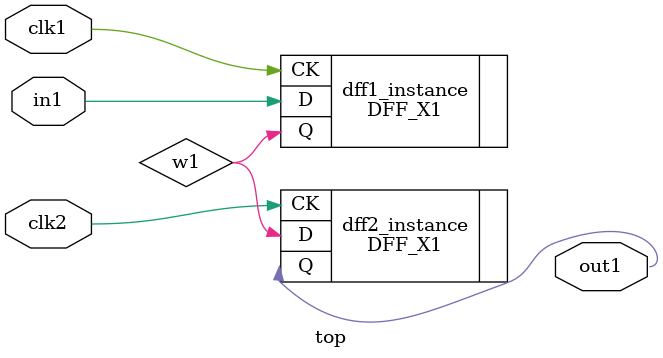
<source format=v>
module top(clk1, clk2, in1, out1);
  input clk1, clk2, in1;
  output out1;
  wire w1;

  // Assuming DFF_X1 is a standard D-flip-flop cell in nangate45.lib
  // DFF_X1 instance_name (.D(data_in), .CK(clock_in), .Q(data_out));
  DFF_X1 dff1_instance (.D(in1), .CK(clk1), .Q(w1));
  DFF_X1 dff2_instance (.D(w1), .CK(clk2), .Q(out1));
endmodule 
</source>
